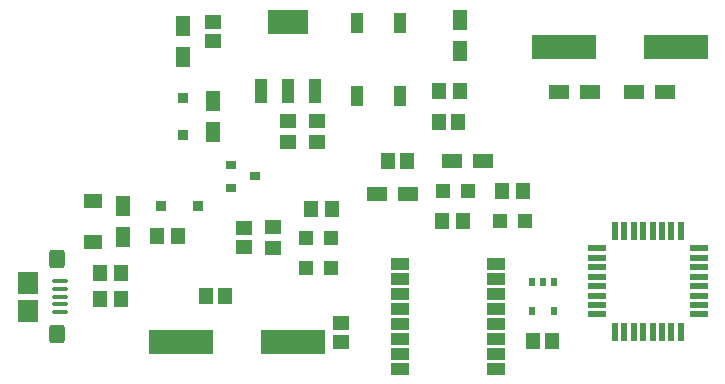
<source format=gtp>
G04*
G04 #@! TF.GenerationSoftware,Altium Limited,Altium Designer,22.8.2 (66)*
G04*
G04 Layer_Color=8421504*
%FSLAX44Y44*%
%MOMM*%
G71*
G04*
G04 #@! TF.SameCoordinates,AFBA7131-1AEE-443E-AB60-5C51F5C0F5D9*
G04*
G04*
G04 #@! TF.FilePolarity,Positive*
G04*
G01*
G75*
%ADD18R,1.6500X1.2500*%
%ADD19R,1.2300X1.8000*%
%ADD20R,0.9000X0.9500*%
%ADD21R,1.1500X1.3500*%
%ADD22R,1.8000X1.2300*%
%ADD23R,1.2000X1.2000*%
%ADD24R,0.5500X0.8000*%
%ADD25R,1.3000X1.4000*%
%ADD26O,1.3500X0.4000*%
%ADD27R,1.8000X1.9000*%
G04:AMPARAMS|DCode=28|XSize=1.6mm|YSize=1.4mm|CornerRadius=0.35mm|HoleSize=0mm|Usage=FLASHONLY|Rotation=90.000|XOffset=0mm|YOffset=0mm|HoleType=Round|Shape=RoundedRectangle|*
%AMROUNDEDRECTD28*
21,1,1.6000,0.7000,0,0,90.0*
21,1,0.9000,1.4000,0,0,90.0*
1,1,0.7000,0.3500,0.4500*
1,1,0.7000,0.3500,-0.4500*
1,1,0.7000,-0.3500,-0.4500*
1,1,0.7000,-0.3500,0.4500*
%
%ADD28ROUNDEDRECTD28*%
%ADD29R,1.4000X1.3000*%
%ADD30R,0.9000X0.8000*%
%ADD31R,5.5000X2.0000*%
%ADD32R,1.3500X1.1500*%
%ADD33R,0.9500X0.9000*%
%ADD34R,3.3500X2.1500*%
%ADD35R,1.0000X2.1500*%
%ADD36R,1.5000X0.5500*%
%ADD37R,0.5500X1.5000*%
%ADD38R,1.5240X1.0160*%
%ADD39R,1.1000X1.8000*%
D18*
X330200Y1084050D02*
D03*
Y1049550D02*
D03*
D19*
X355600Y1053700D02*
D03*
Y1079900D02*
D03*
X431800Y1168800D02*
D03*
Y1142600D02*
D03*
X641000Y1210900D02*
D03*
Y1237100D02*
D03*
X406400Y1232300D02*
D03*
Y1206100D02*
D03*
D20*
X419100Y1079500D02*
D03*
X387600D02*
D03*
D21*
X384950Y1054100D02*
D03*
X402450D02*
D03*
X643750Y1066800D02*
D03*
X626250D02*
D03*
X677050Y1092200D02*
D03*
X694550D02*
D03*
X515350Y1077400D02*
D03*
X532850D02*
D03*
X336250Y1023000D02*
D03*
X353750D02*
D03*
X336250Y1001000D02*
D03*
X353750D02*
D03*
X640750Y1177000D02*
D03*
X623250D02*
D03*
D22*
X751300Y1176100D02*
D03*
X725100D02*
D03*
X788600D02*
D03*
X814800D02*
D03*
X570900Y1090000D02*
D03*
X597100D02*
D03*
X660800Y1117600D02*
D03*
X634600D02*
D03*
D23*
X626700Y1092200D02*
D03*
X647700D02*
D03*
X696300Y1066800D02*
D03*
X675300D02*
D03*
X531600Y1053000D02*
D03*
X510600D02*
D03*
X531600Y1027600D02*
D03*
X510600D02*
D03*
D24*
X720700Y991300D02*
D03*
X701700D02*
D03*
Y1015300D02*
D03*
X711200D02*
D03*
X720700D02*
D03*
D25*
X703200Y965200D02*
D03*
X719200D02*
D03*
X639000Y1151000D02*
D03*
X623000D02*
D03*
X442000Y1004000D02*
D03*
X426000D02*
D03*
X596501Y1117600D02*
D03*
X580500D02*
D03*
D26*
X302000Y996500D02*
D03*
Y990000D02*
D03*
Y1016000D02*
D03*
Y1009500D02*
D03*
Y1003000D02*
D03*
D27*
X275250Y1015000D02*
D03*
Y991000D02*
D03*
D28*
X299750Y1035000D02*
D03*
Y971000D02*
D03*
D29*
X431800Y1235200D02*
D03*
Y1219200D02*
D03*
X540000Y981000D02*
D03*
Y965000D02*
D03*
X458000Y1061000D02*
D03*
Y1045000D02*
D03*
D30*
X467200Y1104900D02*
D03*
X447200Y1095400D02*
D03*
Y1114400D02*
D03*
D31*
X404500Y965000D02*
D03*
X499500D02*
D03*
X823800Y1214200D02*
D03*
X728800D02*
D03*
D32*
X483000Y1044250D02*
D03*
Y1061750D02*
D03*
X520000Y1134250D02*
D03*
Y1151750D02*
D03*
X495300Y1134250D02*
D03*
Y1151750D02*
D03*
D33*
X406400Y1139950D02*
D03*
Y1171450D02*
D03*
D34*
X495300Y1235750D02*
D03*
D35*
X518300Y1177250D02*
D03*
X495300D02*
D03*
X472300D02*
D03*
D36*
X843100Y988000D02*
D03*
Y996000D02*
D03*
Y1004000D02*
D03*
Y1012000D02*
D03*
Y1020000D02*
D03*
Y1028000D02*
D03*
Y1036000D02*
D03*
Y1044000D02*
D03*
X757100D02*
D03*
Y1036000D02*
D03*
Y1028000D02*
D03*
Y1020000D02*
D03*
Y1012000D02*
D03*
Y1004000D02*
D03*
Y996000D02*
D03*
Y988000D02*
D03*
D37*
X828100Y1059000D02*
D03*
X820100D02*
D03*
X812100D02*
D03*
X804100D02*
D03*
X796100D02*
D03*
X788100D02*
D03*
X780100D02*
D03*
X772100D02*
D03*
Y973000D02*
D03*
X780100D02*
D03*
X788100D02*
D03*
X796100D02*
D03*
X804100D02*
D03*
X812100D02*
D03*
X820100D02*
D03*
X828100D02*
D03*
D38*
X590000Y1018100D02*
D03*
Y1031054D02*
D03*
Y980000D02*
D03*
Y1005654D02*
D03*
Y992954D02*
D03*
Y941900D02*
D03*
Y967554D02*
D03*
Y954854D02*
D03*
X671280Y1018100D02*
D03*
Y1031054D02*
D03*
Y980000D02*
D03*
Y1005654D02*
D03*
Y992954D02*
D03*
Y941900D02*
D03*
Y967554D02*
D03*
Y954854D02*
D03*
D39*
X553600Y1234900D02*
D03*
Y1172900D02*
D03*
X590600D02*
D03*
Y1234900D02*
D03*
M02*

</source>
